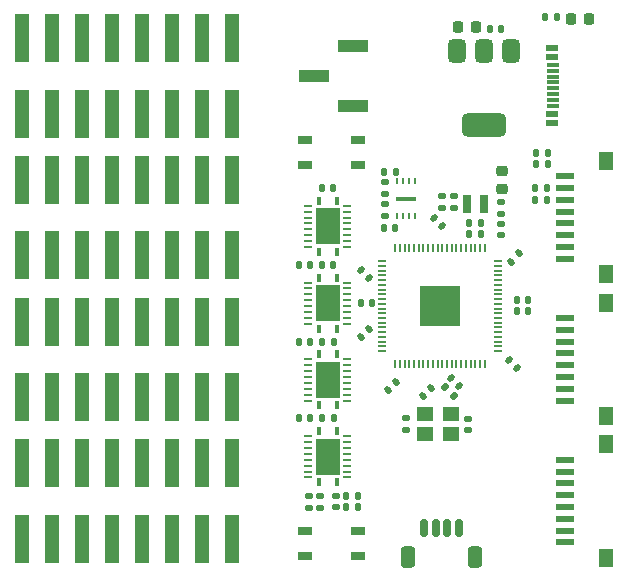
<source format=gbr>
%TF.GenerationSoftware,KiCad,Pcbnew,8.0.8*%
%TF.CreationDate,2025-05-20T22:02:41+02:00*%
%TF.ProjectId,Bernd_V1,4265726e-645f-4563-912e-6b696361645f,REV3*%
%TF.SameCoordinates,Original*%
%TF.FileFunction,Paste,Top*%
%TF.FilePolarity,Positive*%
%FSLAX46Y46*%
G04 Gerber Fmt 4.6, Leading zero omitted, Abs format (unit mm)*
G04 Created by KiCad (PCBNEW 8.0.8) date 2025-05-20 22:02:41*
%MOMM*%
%LPD*%
G01*
G04 APERTURE LIST*
G04 Aperture macros list*
%AMRoundRect*
0 Rectangle with rounded corners*
0 $1 Rounding radius*
0 $2 $3 $4 $5 $6 $7 $8 $9 X,Y pos of 4 corners*
0 Add a 4 corners polygon primitive as box body*
4,1,4,$2,$3,$4,$5,$6,$7,$8,$9,$2,$3,0*
0 Add four circle primitives for the rounded corners*
1,1,$1+$1,$2,$3*
1,1,$1+$1,$4,$5*
1,1,$1+$1,$6,$7*
1,1,$1+$1,$8,$9*
0 Add four rect primitives between the rounded corners*
20,1,$1+$1,$2,$3,$4,$5,0*
20,1,$1+$1,$4,$5,$6,$7,0*
20,1,$1+$1,$6,$7,$8,$9,0*
20,1,$1+$1,$8,$9,$2,$3,0*%
G04 Aperture macros list end*
%ADD10RoundRect,0.140000X0.021213X-0.219203X0.219203X-0.021213X-0.021213X0.219203X-0.219203X0.021213X0*%
%ADD11RoundRect,0.135000X0.135000X0.185000X-0.135000X0.185000X-0.135000X-0.185000X0.135000X-0.185000X0*%
%ADD12RoundRect,0.135000X-0.185000X0.135000X-0.185000X-0.135000X0.185000X-0.135000X0.185000X0.135000X0*%
%ADD13RoundRect,0.150000X0.150000X0.625000X-0.150000X0.625000X-0.150000X-0.625000X0.150000X-0.625000X0*%
%ADD14RoundRect,0.250000X0.350000X0.650000X-0.350000X0.650000X-0.350000X-0.650000X0.350000X-0.650000X0*%
%ADD15R,0.335992X0.664999*%
%ADD16R,0.664999X0.280010*%
%ADD17R,2.050013X3.050013*%
%ADD18R,1.200000X4.100000*%
%ADD19RoundRect,0.140000X-0.140000X-0.170000X0.140000X-0.170000X0.140000X0.170000X-0.140000X0.170000X0*%
%ADD20RoundRect,0.140000X-0.219203X-0.021213X-0.021213X-0.219203X0.219203X0.021213X0.021213X0.219203X0*%
%ADD21RoundRect,0.135000X-0.135000X-0.185000X0.135000X-0.185000X0.135000X0.185000X-0.135000X0.185000X0*%
%ADD22R,1.300000X0.700000*%
%ADD23RoundRect,0.140000X0.140000X0.170000X-0.140000X0.170000X-0.140000X-0.170000X0.140000X-0.170000X0*%
%ADD24RoundRect,0.140000X-0.170000X0.140000X-0.170000X-0.140000X0.170000X-0.140000X0.170000X0.140000X0*%
%ADD25R,1.025032X0.550010*%
%ADD26R,1.025032X0.550012*%
%ADD27R,1.100000X0.300000*%
%ADD28RoundRect,0.225000X-0.225000X-0.250000X0.225000X-0.250000X0.225000X0.250000X-0.225000X0.250000X0*%
%ADD29RoundRect,0.375000X-0.375000X0.625000X-0.375000X-0.625000X0.375000X-0.625000X0.375000X0.625000X0*%
%ADD30RoundRect,0.500000X-1.400000X0.500000X-1.400000X-0.500000X1.400000X-0.500000X1.400000X0.500000X0*%
%ADD31R,1.550013X0.600000*%
%ADD32R,1.261722X1.500000*%
%ADD33R,0.700000X1.600000*%
%ADD34RoundRect,0.140000X-0.021213X0.219203X-0.219203X0.021213X0.021213X-0.219203X0.219203X-0.021213X0*%
%ADD35RoundRect,0.140000X0.170000X-0.140000X0.170000X0.140000X-0.170000X0.140000X-0.170000X-0.140000X0*%
%ADD36RoundRect,0.135000X0.185000X-0.135000X0.185000X0.135000X-0.185000X0.135000X-0.185000X-0.135000X0*%
%ADD37RoundRect,0.140000X0.219203X0.021213X0.021213X0.219203X-0.219203X-0.021213X-0.021213X-0.219203X0*%
%ADD38R,0.280010X0.600000*%
%ADD39R,1.700000X0.300000*%
%ADD40RoundRect,0.225000X0.250000X-0.225000X0.250000X0.225000X-0.250000X0.225000X-0.250000X-0.225000X0*%
%ADD41RoundRect,0.135000X-0.226274X-0.035355X-0.035355X-0.226274X0.226274X0.035355X0.035355X0.226274X0*%
%ADD42R,1.400000X1.200000*%
%ADD43RoundRect,0.218750X0.218750X0.256250X-0.218750X0.256250X-0.218750X-0.256250X0.218750X-0.256250X0*%
%ADD44R,0.664999X0.200000*%
%ADD45R,0.200000X0.664999*%
%ADD46R,3.400000X3.400000*%
%ADD47R,2.510000X1.000000*%
G04 APERTURE END LIST*
D10*
%TO.C,C24*%
X51250589Y32280589D03*
X51929411Y32959411D03*
%TD*%
D11*
%TO.C,R5*%
X54310000Y37500000D03*
X53290000Y37500000D03*
%TD*%
D12*
%TO.C,R8*%
X46390000Y37810000D03*
X46390000Y36790000D03*
%TD*%
D13*
%TO.C,J2*%
X46870000Y9745000D03*
X45870000Y9745000D03*
X44870000Y9745000D03*
X43870000Y9745000D03*
D14*
X48170000Y7220000D03*
X42570000Y7220000D03*
%TD*%
D15*
%TO.C,U12*%
X36500064Y20092520D03*
D16*
X37407607Y20499936D03*
X37407607Y21000064D03*
X37407607Y21499936D03*
X37407607Y22000064D03*
X37407607Y22499936D03*
X37407607Y23000064D03*
X37407607Y23499936D03*
X37407607Y24000064D03*
D15*
X36500064Y24407480D03*
X34999936Y24407480D03*
D16*
X34092393Y24000064D03*
X34092393Y23499936D03*
X34092393Y23000064D03*
X34092393Y22499936D03*
X34092393Y22000064D03*
X34092393Y21499936D03*
X34092393Y21000064D03*
X34092393Y20499936D03*
D15*
X34999936Y20092520D03*
D17*
X35750000Y22250000D03*
%TD*%
D12*
%TO.C,R7*%
X45450000Y37810000D03*
X45450000Y36790000D03*
%TD*%
D18*
%TO.C,U8*%
X27640018Y15200025D03*
X27640018Y8799975D03*
X25100013Y15200025D03*
X25100013Y8799975D03*
X22560008Y15200025D03*
X22560008Y8799975D03*
X20020003Y15200025D03*
X20020003Y8799975D03*
X17479997Y15200025D03*
X17479997Y8799975D03*
X14939992Y15200025D03*
X14939992Y8799975D03*
X12399987Y15200025D03*
X12399987Y8799975D03*
X9859982Y15200025D03*
X9859982Y8799975D03*
%TD*%
D11*
%TO.C,R14*%
X54410000Y40500000D03*
X53390000Y40500000D03*
%TD*%
D19*
%TO.C,C19*%
X49440000Y51970000D03*
X50400000Y51970000D03*
%TD*%
D20*
%TO.C,C10*%
X46180589Y22449411D03*
X46859411Y21770589D03*
%TD*%
D21*
%TO.C,C7*%
X47730000Y35540000D03*
X48750000Y35540000D03*
%TD*%
D22*
%TO.C,U16*%
X38274987Y40424943D03*
X33775013Y40424943D03*
X38274987Y42575057D03*
X33775013Y42575057D03*
%TD*%
D23*
%TO.C,C5*%
X34230000Y25500000D03*
X33270000Y25500000D03*
%TD*%
%TO.C,C26*%
X36230000Y25500000D03*
X35270000Y25500000D03*
%TD*%
D19*
%TO.C,C16*%
X51745000Y28075000D03*
X52705000Y28075000D03*
%TD*%
D18*
%TO.C,U6*%
X27640018Y39200025D03*
X27640018Y32799975D03*
X25100013Y39200025D03*
X25100013Y32799975D03*
X22560008Y39200025D03*
X22560008Y32799975D03*
X20020003Y39200025D03*
X20020003Y32799975D03*
X17479997Y39200025D03*
X17479997Y32799975D03*
X14939992Y39200025D03*
X14939992Y32799975D03*
X12399987Y39200025D03*
X12399987Y32799975D03*
X9859982Y39200025D03*
X9859982Y32799975D03*
%TD*%
D21*
%TO.C,R12*%
X37300000Y11470000D03*
X38320000Y11470000D03*
%TD*%
D15*
%TO.C,U9*%
X36500064Y13592520D03*
D16*
X37407607Y13999936D03*
X37407607Y14500064D03*
X37407607Y14999936D03*
X37407607Y15500064D03*
X37407607Y15999936D03*
X37407607Y16500064D03*
X37407607Y16999936D03*
X37407607Y17500064D03*
D15*
X36500064Y17907480D03*
X34999936Y17907480D03*
D16*
X34092393Y17500064D03*
X34092393Y16999936D03*
X34092393Y16500064D03*
X34092393Y15999936D03*
X34092393Y15500064D03*
X34092393Y14999936D03*
X34092393Y14500064D03*
X34092393Y13999936D03*
D15*
X34999936Y13592520D03*
D17*
X35750000Y15750000D03*
%TD*%
D24*
%TO.C,C4*%
X47640000Y18980000D03*
X47640000Y18020000D03*
%TD*%
D25*
%TO.C,J3*%
X54737484Y43989976D03*
D26*
X54737484Y44790076D03*
D27*
X54774968Y45440064D03*
X54774968Y45940191D03*
X54774968Y46440064D03*
X54774968Y46939936D03*
X54774968Y47440064D03*
X54774968Y47939936D03*
X54774968Y48440064D03*
X54774968Y48940191D03*
D26*
X54737484Y49590178D03*
X54737484Y50390025D03*
%TD*%
D21*
%TO.C,C6*%
X47730000Y34600000D03*
X48750000Y34600000D03*
%TD*%
D28*
%TO.C,C27*%
X46755000Y52130000D03*
X48305000Y52130000D03*
%TD*%
D29*
%TO.C,U13*%
X51280000Y50140000D03*
X48980000Y50140000D03*
D30*
X48980000Y43840000D03*
D29*
X46680000Y50140000D03*
%TD*%
D23*
%TO.C,C20*%
X41480000Y39900000D03*
X40520000Y39900000D03*
%TD*%
D11*
%TO.C,R6*%
X54310000Y38500000D03*
X53290000Y38500000D03*
%TD*%
D15*
%TO.C,U11*%
X36500064Y26592520D03*
D16*
X37407607Y26999936D03*
X37407607Y27500064D03*
X37407607Y27999936D03*
X37407607Y28500064D03*
X37407607Y28999936D03*
X37407607Y29500064D03*
X37407607Y29999936D03*
X37407607Y30500064D03*
D15*
X36500064Y30907480D03*
X34999936Y30907480D03*
D16*
X34092393Y30500064D03*
X34092393Y29999936D03*
X34092393Y29500064D03*
X34092393Y28999936D03*
X34092393Y28500064D03*
X34092393Y27999936D03*
X34092393Y27500064D03*
X34092393Y26999936D03*
D15*
X34999936Y26592520D03*
D17*
X35750000Y28750000D03*
%TD*%
D31*
%TO.C,U15*%
X55813246Y32500127D03*
X55811721Y33498095D03*
X55811722Y34498095D03*
X55811722Y35498095D03*
X55813246Y36500127D03*
X55811722Y37498096D03*
X55811722Y38498094D03*
X55813246Y39499873D03*
D32*
X59319139Y40800102D03*
X59319139Y31199898D03*
%TD*%
D11*
%TO.C,R13*%
X54410000Y41500000D03*
X53390000Y41500000D03*
%TD*%
D23*
%TO.C,C25*%
X41435000Y35158750D03*
X40475000Y35158750D03*
%TD*%
D33*
%TO.C,L1*%
X47540000Y37150000D03*
X48940000Y37150000D03*
%TD*%
D34*
%TO.C,C21*%
X41479411Y22039411D03*
X40800589Y21360589D03*
%TD*%
%TO.C,C17*%
X39209411Y26569411D03*
X38530589Y25890589D03*
%TD*%
D20*
%TO.C,C18*%
X51085589Y23914411D03*
X51764411Y23235589D03*
%TD*%
D31*
%TO.C,U4*%
X55813246Y20500127D03*
X55811721Y21498095D03*
X55811722Y22498095D03*
X55811722Y23498095D03*
X55813246Y24500127D03*
X55811722Y25498096D03*
X55811722Y26498094D03*
X55813246Y27499873D03*
D32*
X59319139Y28800102D03*
X59319139Y19199898D03*
%TD*%
D35*
%TO.C,C3*%
X42360000Y18030000D03*
X42360000Y18990000D03*
%TD*%
D36*
%TO.C,R15*%
X35100000Y11415000D03*
X35100000Y12435000D03*
%TD*%
D23*
%TO.C,C1*%
X34230000Y32000000D03*
X33270000Y32000000D03*
%TD*%
%TO.C,C2*%
X36195000Y32000000D03*
X35235000Y32000000D03*
%TD*%
D37*
%TO.C,C15*%
X39219411Y30890589D03*
X38540589Y31569411D03*
%TD*%
D23*
%TO.C,C22*%
X34230000Y19010000D03*
X33270000Y19010000D03*
%TD*%
D24*
%TO.C,C29*%
X34170000Y12405000D03*
X34170000Y11445000D03*
%TD*%
D38*
%TO.C,U2*%
X41599936Y36092507D03*
X42100064Y36092507D03*
X42599936Y36092507D03*
X43100064Y36092507D03*
X43100064Y39107493D03*
X42599936Y39107493D03*
X42100064Y39107493D03*
X41599936Y39107493D03*
D39*
X42350000Y37600000D03*
%TD*%
D24*
%TO.C,C30*%
X36410000Y12440000D03*
X36410000Y11480000D03*
%TD*%
D22*
%TO.C,U17*%
X33775013Y9475057D03*
X38274987Y9475057D03*
X33775013Y7324943D03*
X38274987Y7324943D03*
%TD*%
D40*
%TO.C,C28*%
X50520000Y38435000D03*
X50520000Y39985000D03*
%TD*%
D41*
%TO.C,R2*%
X45679376Y21640624D03*
X46400624Y20919376D03*
%TD*%
D23*
%TO.C,C14*%
X36195000Y38500000D03*
X35235000Y38500000D03*
%TD*%
D15*
%TO.C,U10*%
X36500064Y33092520D03*
D16*
X37407607Y33499936D03*
X37407607Y34000064D03*
X37407607Y34499936D03*
X37407607Y35000064D03*
X37407607Y35499936D03*
X37407607Y36000064D03*
X37407607Y36499936D03*
X37407607Y37000064D03*
D15*
X36500064Y37407480D03*
X34999936Y37407480D03*
D16*
X34092393Y37000064D03*
X34092393Y36499936D03*
X34092393Y36000064D03*
X34092393Y35499936D03*
X34092393Y35000064D03*
X34092393Y34499936D03*
X34092393Y34000064D03*
X34092393Y33499936D03*
D15*
X34999936Y33092520D03*
D17*
X35750000Y35250000D03*
%TD*%
D12*
%TO.C,R4*%
X40620000Y39020000D03*
X40620000Y38000000D03*
%TD*%
D34*
%TO.C,C13*%
X44459411Y21599411D03*
X43780589Y20920589D03*
%TD*%
D31*
%TO.C,U3*%
X55813246Y8500127D03*
X55811721Y9498095D03*
X55811722Y10498095D03*
X55811722Y11498095D03*
X55813246Y12500127D03*
X55811722Y13498096D03*
X55811722Y14498094D03*
X55813246Y15499873D03*
D32*
X59319139Y16800102D03*
X59319139Y7199898D03*
%TD*%
D42*
%TO.C,Y1*%
X43939924Y17649987D03*
X46140076Y17649987D03*
X46140076Y19350013D03*
X43939924Y19350013D03*
%TD*%
D18*
%TO.C,U5*%
X27640018Y51200025D03*
X27640018Y44799975D03*
X25100013Y51200025D03*
X25100013Y44799975D03*
X22560008Y51200025D03*
X22560008Y44799975D03*
X20020003Y51200025D03*
X20020003Y44799975D03*
X17479997Y51200025D03*
X17479997Y44799975D03*
X14939992Y51200025D03*
X14939992Y44799975D03*
X12399987Y51200025D03*
X12399987Y44799975D03*
X9859982Y51200025D03*
X9859982Y44799975D03*
%TD*%
D11*
%TO.C,R10*%
X55190000Y52970000D03*
X54170000Y52970000D03*
%TD*%
D43*
%TO.C,D1*%
X57877500Y52820000D03*
X56302500Y52820000D03*
%TD*%
D23*
%TO.C,C8*%
X39490000Y28750000D03*
X38530000Y28750000D03*
%TD*%
D36*
%TO.C,R1*%
X40620000Y36140000D03*
X40620000Y37160000D03*
%TD*%
D44*
%TO.C,U1*%
X40332456Y32300102D03*
X40332456Y31900051D03*
X40332456Y31500000D03*
X40332456Y31099949D03*
X40332456Y30699898D03*
X40332456Y30300102D03*
X40332456Y29900051D03*
X40332456Y29500000D03*
X40332456Y29099949D03*
X40332456Y28699898D03*
X40332456Y28300102D03*
X40332456Y27900051D03*
X40332456Y27500000D03*
X40332456Y27099949D03*
X40332456Y26699898D03*
X40332456Y26300102D03*
X40332456Y25900051D03*
X40332456Y25500000D03*
X40332456Y25099949D03*
X40332456Y24699898D03*
D45*
X41439898Y23592456D03*
X41839949Y23592456D03*
X42240000Y23592456D03*
X42640051Y23592456D03*
X43040102Y23592456D03*
X43439898Y23592456D03*
X43839949Y23592456D03*
X44240000Y23592456D03*
X44640051Y23592456D03*
X45040102Y23592456D03*
X45439898Y23592456D03*
X45839949Y23592456D03*
X46240000Y23592456D03*
X46640051Y23592456D03*
X47040102Y23592456D03*
X47439898Y23592456D03*
X47839949Y23592456D03*
X48240000Y23592456D03*
X48640051Y23592456D03*
X49040102Y23592456D03*
D44*
X50147544Y24699898D03*
X50147544Y25099949D03*
X50147544Y25500000D03*
X50147544Y25900051D03*
X50147544Y26300102D03*
X50147544Y26699898D03*
X50147544Y27099949D03*
X50147544Y27500000D03*
X50147544Y27900051D03*
X50147544Y28300102D03*
X50147544Y28699898D03*
X50147544Y29099949D03*
X50147544Y29500000D03*
X50147544Y29900051D03*
X50147544Y30300102D03*
X50147544Y30699898D03*
X50147544Y31099949D03*
X50147544Y31500000D03*
X50147544Y31900051D03*
X50147544Y32300102D03*
D45*
X49040102Y33407544D03*
X48640051Y33407544D03*
X48240000Y33407544D03*
X47839949Y33407544D03*
X47439898Y33407544D03*
X47040102Y33407544D03*
X46640051Y33407544D03*
X46240000Y33407544D03*
X45839949Y33407544D03*
X45439898Y33407544D03*
X45040102Y33407544D03*
X44640051Y33407544D03*
X44240000Y33407544D03*
X43839949Y33407544D03*
X43439898Y33407544D03*
X43040102Y33407544D03*
X42640051Y33407544D03*
X42240000Y33407544D03*
X41839949Y33407544D03*
X41439898Y33407544D03*
D46*
X45240000Y28500000D03*
%TD*%
D19*
%TO.C,C11*%
X51745000Y29000000D03*
X52705000Y29000000D03*
%TD*%
D24*
%TO.C,C9*%
X50440000Y35480000D03*
X50440000Y34520000D03*
%TD*%
D12*
%TO.C,R3*%
X50440000Y37360000D03*
X50440000Y36340000D03*
%TD*%
D18*
%TO.C,U7*%
X27640018Y27200025D03*
X27640018Y20799975D03*
X25100013Y27200025D03*
X25100013Y20799975D03*
X22560008Y27200025D03*
X22560008Y20799975D03*
X20020003Y27200025D03*
X20020003Y20799975D03*
X17479997Y27200025D03*
X17479997Y20799975D03*
X14939992Y27200025D03*
X14939992Y20799975D03*
X12399987Y27200025D03*
X12399987Y20799975D03*
X9859982Y27200025D03*
X9859982Y20799975D03*
%TD*%
D23*
%TO.C,C23*%
X36230000Y19000000D03*
X35270000Y19000000D03*
%TD*%
D21*
%TO.C,R11*%
X37300000Y12420000D03*
X38320000Y12420000D03*
%TD*%
D37*
%TO.C,C12*%
X45379411Y35310589D03*
X44700589Y35989411D03*
%TD*%
D47*
%TO.C,JP1*%
X37910000Y45460000D03*
X34600000Y48000000D03*
X37910000Y50540000D03*
%TD*%
M02*

</source>
